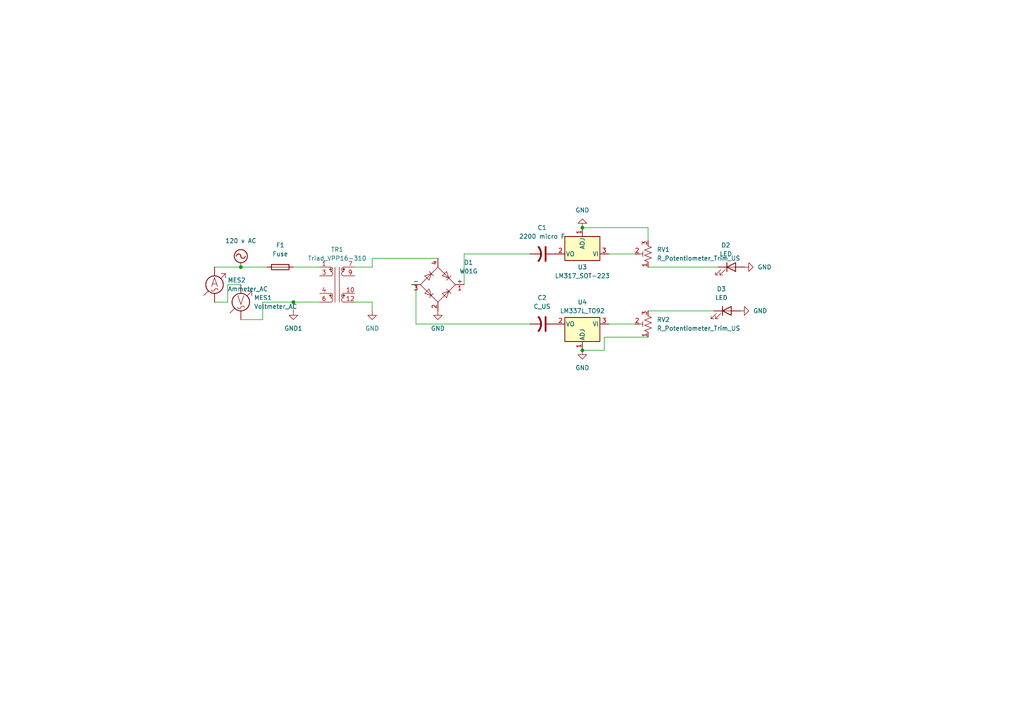
<source format=kicad_sch>
(kicad_sch
	(version 20250114)
	(generator "eeschema")
	(generator_version "9.0")
	(uuid "14418945-4379-46db-84b0-57e05f6487ff")
	(paper "A4")
	(lib_symbols
		(symbol "Device:Ammeter_AC"
			(pin_numbers
				(hide yes)
			)
			(pin_names
				(offset 0.0254)
				(hide yes)
			)
			(exclude_from_sim no)
			(in_bom yes)
			(on_board yes)
			(property "Reference" "MES"
				(at -3.302 1.016 0)
				(effects
					(font
						(size 1.27 1.27)
					)
					(justify right)
				)
			)
			(property "Value" "Ammeter_AC"
				(at -3.302 -0.762 0)
				(effects
					(font
						(size 1.27 1.27)
					)
					(justify right)
				)
			)
			(property "Footprint" ""
				(at 0 2.54 90)
				(effects
					(font
						(size 1.27 1.27)
					)
					(hide yes)
				)
			)
			(property "Datasheet" "~"
				(at 0 2.54 90)
				(effects
					(font
						(size 1.27 1.27)
					)
					(hide yes)
				)
			)
			(property "Description" "AC ammeter"
				(at 0 0 0)
				(effects
					(font
						(size 1.27 1.27)
					)
					(hide yes)
				)
			)
			(property "ki_keywords" "ammeter AC ampere meter"
				(at 0 0 0)
				(effects
					(font
						(size 1.27 1.27)
					)
					(hide yes)
				)
			)
			(symbol "Ammeter_AC_0_0"
				(polyline
					(pts
						(xy -3.175 -3.175) (xy -1.905 -1.905)
					)
					(stroke
						(width 0)
						(type default)
					)
					(fill
						(type none)
					)
				)
				(polyline
					(pts
						(xy 1.905 3.175) (xy 3.175 3.175) (xy 3.175 1.905)
					)
					(stroke
						(width 0)
						(type default)
					)
					(fill
						(type none)
					)
				)
				(polyline
					(pts
						(xy 1.905 1.905) (xy 3.175 3.175)
					)
					(stroke
						(width 0)
						(type default)
					)
					(fill
						(type none)
					)
				)
				(text "A"
					(at 0 0.635 0)
					(effects
						(font
							(size 2.54 2.54)
						)
					)
				)
			)
			(symbol "Ammeter_AC_0_1"
				(arc
					(start 0 -1.524)
					(mid -0.508 -1.902)
					(end -1.016 -1.524)
					(stroke
						(width 0)
						(type default)
					)
					(fill
						(type none)
					)
				)
				(circle
					(center 0 0)
					(radius 2.54)
					(stroke
						(width 0.254)
						(type default)
					)
					(fill
						(type none)
					)
				)
				(arc
					(start 0 -1.524)
					(mid 0.508 -1.1274)
					(end 1.016 -1.524)
					(stroke
						(width 0)
						(type default)
					)
					(fill
						(type none)
					)
				)
			)
			(symbol "Ammeter_AC_1_1"
				(pin passive line
					(at 0 5.08 270)
					(length 2.54)
					(name "~"
						(effects
							(font
								(size 1.27 1.27)
							)
						)
					)
					(number "2"
						(effects
							(font
								(size 1.27 1.27)
							)
						)
					)
				)
				(pin passive line
					(at 0 -5.08 90)
					(length 2.54)
					(name "~"
						(effects
							(font
								(size 1.27 1.27)
							)
						)
					)
					(number "1"
						(effects
							(font
								(size 1.27 1.27)
							)
						)
					)
				)
			)
			(embedded_fonts no)
		)
		(symbol "Device:C_US"
			(pin_numbers
				(hide yes)
			)
			(pin_names
				(offset 0.254)
				(hide yes)
			)
			(exclude_from_sim no)
			(in_bom yes)
			(on_board yes)
			(property "Reference" "C"
				(at 0.635 2.54 0)
				(effects
					(font
						(size 1.27 1.27)
					)
					(justify left)
				)
			)
			(property "Value" "C_US"
				(at 0.635 -2.54 0)
				(effects
					(font
						(size 1.27 1.27)
					)
					(justify left)
				)
			)
			(property "Footprint" ""
				(at 0 0 0)
				(effects
					(font
						(size 1.27 1.27)
					)
					(hide yes)
				)
			)
			(property "Datasheet" ""
				(at 0 0 0)
				(effects
					(font
						(size 1.27 1.27)
					)
					(hide yes)
				)
			)
			(property "Description" "capacitor, US symbol"
				(at 0 0 0)
				(effects
					(font
						(size 1.27 1.27)
					)
					(hide yes)
				)
			)
			(property "ki_keywords" "cap capacitor"
				(at 0 0 0)
				(effects
					(font
						(size 1.27 1.27)
					)
					(hide yes)
				)
			)
			(property "ki_fp_filters" "C_*"
				(at 0 0 0)
				(effects
					(font
						(size 1.27 1.27)
					)
					(hide yes)
				)
			)
			(symbol "C_US_0_1"
				(polyline
					(pts
						(xy -2.032 0.762) (xy 2.032 0.762)
					)
					(stroke
						(width 0.508)
						(type default)
					)
					(fill
						(type none)
					)
				)
				(arc
					(start -2.032 -1.27)
					(mid 0 -0.5572)
					(end 2.032 -1.27)
					(stroke
						(width 0.508)
						(type default)
					)
					(fill
						(type none)
					)
				)
			)
			(symbol "C_US_1_1"
				(pin passive line
					(at 0 3.81 270)
					(length 2.794)
					(name "~"
						(effects
							(font
								(size 1.27 1.27)
							)
						)
					)
					(number "1"
						(effects
							(font
								(size 1.27 1.27)
							)
						)
					)
				)
				(pin passive line
					(at 0 -3.81 90)
					(length 3.302)
					(name "~"
						(effects
							(font
								(size 1.27 1.27)
							)
						)
					)
					(number "2"
						(effects
							(font
								(size 1.27 1.27)
							)
						)
					)
				)
			)
			(embedded_fonts no)
		)
		(symbol "Device:Fuse"
			(pin_numbers
				(hide yes)
			)
			(pin_names
				(offset 0)
			)
			(exclude_from_sim no)
			(in_bom yes)
			(on_board yes)
			(property "Reference" "F"
				(at 2.032 0 90)
				(effects
					(font
						(size 1.27 1.27)
					)
				)
			)
			(property "Value" "Fuse"
				(at -1.905 0 90)
				(effects
					(font
						(size 1.27 1.27)
					)
				)
			)
			(property "Footprint" ""
				(at -1.778 0 90)
				(effects
					(font
						(size 1.27 1.27)
					)
					(hide yes)
				)
			)
			(property "Datasheet" "~"
				(at 0 0 0)
				(effects
					(font
						(size 1.27 1.27)
					)
					(hide yes)
				)
			)
			(property "Description" "Fuse"
				(at 0 0 0)
				(effects
					(font
						(size 1.27 1.27)
					)
					(hide yes)
				)
			)
			(property "ki_keywords" "fuse"
				(at 0 0 0)
				(effects
					(font
						(size 1.27 1.27)
					)
					(hide yes)
				)
			)
			(property "ki_fp_filters" "*Fuse*"
				(at 0 0 0)
				(effects
					(font
						(size 1.27 1.27)
					)
					(hide yes)
				)
			)
			(symbol "Fuse_0_1"
				(rectangle
					(start -0.762 -2.54)
					(end 0.762 2.54)
					(stroke
						(width 0.254)
						(type default)
					)
					(fill
						(type none)
					)
				)
				(polyline
					(pts
						(xy 0 2.54) (xy 0 -2.54)
					)
					(stroke
						(width 0)
						(type default)
					)
					(fill
						(type none)
					)
				)
			)
			(symbol "Fuse_1_1"
				(pin passive line
					(at 0 3.81 270)
					(length 1.27)
					(name "~"
						(effects
							(font
								(size 1.27 1.27)
							)
						)
					)
					(number "1"
						(effects
							(font
								(size 1.27 1.27)
							)
						)
					)
				)
				(pin passive line
					(at 0 -3.81 90)
					(length 1.27)
					(name "~"
						(effects
							(font
								(size 1.27 1.27)
							)
						)
					)
					(number "2"
						(effects
							(font
								(size 1.27 1.27)
							)
						)
					)
				)
			)
			(embedded_fonts no)
		)
		(symbol "Device:LED"
			(pin_numbers
				(hide yes)
			)
			(pin_names
				(offset 1.016)
				(hide yes)
			)
			(exclude_from_sim no)
			(in_bom yes)
			(on_board yes)
			(property "Reference" "D"
				(at 0 2.54 0)
				(effects
					(font
						(size 1.27 1.27)
					)
				)
			)
			(property "Value" "LED"
				(at 0 -2.54 0)
				(effects
					(font
						(size 1.27 1.27)
					)
				)
			)
			(property "Footprint" ""
				(at 0 0 0)
				(effects
					(font
						(size 1.27 1.27)
					)
					(hide yes)
				)
			)
			(property "Datasheet" "~"
				(at 0 0 0)
				(effects
					(font
						(size 1.27 1.27)
					)
					(hide yes)
				)
			)
			(property "Description" "Light emitting diode"
				(at 0 0 0)
				(effects
					(font
						(size 1.27 1.27)
					)
					(hide yes)
				)
			)
			(property "Sim.Pins" "1=K 2=A"
				(at 0 0 0)
				(effects
					(font
						(size 1.27 1.27)
					)
					(hide yes)
				)
			)
			(property "ki_keywords" "LED diode"
				(at 0 0 0)
				(effects
					(font
						(size 1.27 1.27)
					)
					(hide yes)
				)
			)
			(property "ki_fp_filters" "LED* LED_SMD:* LED_THT:*"
				(at 0 0 0)
				(effects
					(font
						(size 1.27 1.27)
					)
					(hide yes)
				)
			)
			(symbol "LED_0_1"
				(polyline
					(pts
						(xy -3.048 -0.762) (xy -4.572 -2.286) (xy -3.81 -2.286) (xy -4.572 -2.286) (xy -4.572 -1.524)
					)
					(stroke
						(width 0)
						(type default)
					)
					(fill
						(type none)
					)
				)
				(polyline
					(pts
						(xy -1.778 -0.762) (xy -3.302 -2.286) (xy -2.54 -2.286) (xy -3.302 -2.286) (xy -3.302 -1.524)
					)
					(stroke
						(width 0)
						(type default)
					)
					(fill
						(type none)
					)
				)
				(polyline
					(pts
						(xy -1.27 0) (xy 1.27 0)
					)
					(stroke
						(width 0)
						(type default)
					)
					(fill
						(type none)
					)
				)
				(polyline
					(pts
						(xy -1.27 -1.27) (xy -1.27 1.27)
					)
					(stroke
						(width 0.254)
						(type default)
					)
					(fill
						(type none)
					)
				)
				(polyline
					(pts
						(xy 1.27 -1.27) (xy 1.27 1.27) (xy -1.27 0) (xy 1.27 -1.27)
					)
					(stroke
						(width 0.254)
						(type default)
					)
					(fill
						(type none)
					)
				)
			)
			(symbol "LED_1_1"
				(pin passive line
					(at -3.81 0 0)
					(length 2.54)
					(name "K"
						(effects
							(font
								(size 1.27 1.27)
							)
						)
					)
					(number "1"
						(effects
							(font
								(size 1.27 1.27)
							)
						)
					)
				)
				(pin passive line
					(at 3.81 0 180)
					(length 2.54)
					(name "A"
						(effects
							(font
								(size 1.27 1.27)
							)
						)
					)
					(number "2"
						(effects
							(font
								(size 1.27 1.27)
							)
						)
					)
				)
			)
			(embedded_fonts no)
		)
		(symbol "Device:R_Potentiometer_Trim_US"
			(pin_names
				(offset 1.016)
				(hide yes)
			)
			(exclude_from_sim no)
			(in_bom yes)
			(on_board yes)
			(property "Reference" "RV"
				(at -4.445 0 90)
				(effects
					(font
						(size 1.27 1.27)
					)
				)
			)
			(property "Value" "R_Potentiometer_Trim_US"
				(at -2.54 0 90)
				(effects
					(font
						(size 1.27 1.27)
					)
				)
			)
			(property "Footprint" ""
				(at 0 0 0)
				(effects
					(font
						(size 1.27 1.27)
					)
					(hide yes)
				)
			)
			(property "Datasheet" "~"
				(at 0 0 0)
				(effects
					(font
						(size 1.27 1.27)
					)
					(hide yes)
				)
			)
			(property "Description" "Trim-potentiometer, US symbol"
				(at 0 0 0)
				(effects
					(font
						(size 1.27 1.27)
					)
					(hide yes)
				)
			)
			(property "ki_keywords" "resistor variable trimpot trimmer"
				(at 0 0 0)
				(effects
					(font
						(size 1.27 1.27)
					)
					(hide yes)
				)
			)
			(property "ki_fp_filters" "Potentiometer*"
				(at 0 0 0)
				(effects
					(font
						(size 1.27 1.27)
					)
					(hide yes)
				)
			)
			(symbol "R_Potentiometer_Trim_US_0_1"
				(polyline
					(pts
						(xy 0 2.286) (xy 0 2.54)
					)
					(stroke
						(width 0)
						(type default)
					)
					(fill
						(type none)
					)
				)
				(polyline
					(pts
						(xy 0 2.286) (xy 1.016 1.905) (xy 0 1.524) (xy -1.016 1.143) (xy 0 0.762)
					)
					(stroke
						(width 0)
						(type default)
					)
					(fill
						(type none)
					)
				)
				(polyline
					(pts
						(xy 0 0.762) (xy 1.016 0.381) (xy 0 0) (xy -1.016 -0.381) (xy 0 -0.762)
					)
					(stroke
						(width 0)
						(type default)
					)
					(fill
						(type none)
					)
				)
				(polyline
					(pts
						(xy 0 -0.762) (xy 1.016 -1.143) (xy 0 -1.524) (xy -1.016 -1.905) (xy 0 -2.286)
					)
					(stroke
						(width 0)
						(type default)
					)
					(fill
						(type none)
					)
				)
				(polyline
					(pts
						(xy 0 -2.286) (xy 0 -2.54)
					)
					(stroke
						(width 0)
						(type default)
					)
					(fill
						(type none)
					)
				)
				(polyline
					(pts
						(xy 1.524 0.762) (xy 1.524 -0.762)
					)
					(stroke
						(width 0)
						(type default)
					)
					(fill
						(type none)
					)
				)
				(polyline
					(pts
						(xy 2.54 0) (xy 1.524 0)
					)
					(stroke
						(width 0)
						(type default)
					)
					(fill
						(type none)
					)
				)
			)
			(symbol "R_Potentiometer_Trim_US_1_1"
				(pin passive line
					(at 0 3.81 270)
					(length 1.27)
					(name "1"
						(effects
							(font
								(size 1.27 1.27)
							)
						)
					)
					(number "1"
						(effects
							(font
								(size 1.27 1.27)
							)
						)
					)
				)
				(pin passive line
					(at 0 -3.81 90)
					(length 1.27)
					(name "3"
						(effects
							(font
								(size 1.27 1.27)
							)
						)
					)
					(number "3"
						(effects
							(font
								(size 1.27 1.27)
							)
						)
					)
				)
				(pin passive line
					(at 3.81 0 180)
					(length 1.27)
					(name "2"
						(effects
							(font
								(size 1.27 1.27)
							)
						)
					)
					(number "2"
						(effects
							(font
								(size 1.27 1.27)
							)
						)
					)
				)
			)
			(embedded_fonts no)
		)
		(symbol "Device:Voltmeter_AC"
			(pin_numbers
				(hide yes)
			)
			(pin_names
				(offset 0.0254)
				(hide yes)
			)
			(exclude_from_sim no)
			(in_bom yes)
			(on_board yes)
			(property "Reference" "MES"
				(at -3.302 1.016 0)
				(effects
					(font
						(size 1.27 1.27)
					)
					(justify right)
				)
			)
			(property "Value" "Voltmeter_AC"
				(at -3.302 -0.762 0)
				(effects
					(font
						(size 1.27 1.27)
					)
					(justify right)
				)
			)
			(property "Footprint" ""
				(at 0 2.54 90)
				(effects
					(font
						(size 1.27 1.27)
					)
					(hide yes)
				)
			)
			(property "Datasheet" "~"
				(at 0 2.54 90)
				(effects
					(font
						(size 1.27 1.27)
					)
					(hide yes)
				)
			)
			(property "Description" "AC voltmeter"
				(at 0 0 0)
				(effects
					(font
						(size 1.27 1.27)
					)
					(hide yes)
				)
			)
			(property "ki_keywords" "voltmeter AC"
				(at 0 0 0)
				(effects
					(font
						(size 1.27 1.27)
					)
					(hide yes)
				)
			)
			(symbol "Voltmeter_AC_0_0"
				(polyline
					(pts
						(xy -3.175 -3.175) (xy -1.905 -1.905)
					)
					(stroke
						(width 0)
						(type default)
					)
					(fill
						(type none)
					)
				)
				(polyline
					(pts
						(xy 1.905 3.175) (xy 3.175 3.175) (xy 3.175 1.905)
					)
					(stroke
						(width 0)
						(type default)
					)
					(fill
						(type none)
					)
				)
				(polyline
					(pts
						(xy 1.905 1.905) (xy 3.175 3.175)
					)
					(stroke
						(width 0)
						(type default)
					)
					(fill
						(type none)
					)
				)
				(text "V"
					(at 0 0.508 0)
					(effects
						(font
							(size 2.54 2.54)
						)
					)
				)
			)
			(symbol "Voltmeter_AC_0_1"
				(arc
					(start 0 -1.524)
					(mid -0.508 -1.902)
					(end -1.016 -1.524)
					(stroke
						(width 0)
						(type default)
					)
					(fill
						(type none)
					)
				)
				(circle
					(center 0 0)
					(radius 2.54)
					(stroke
						(width 0.254)
						(type default)
					)
					(fill
						(type none)
					)
				)
				(arc
					(start 0 -1.524)
					(mid 0.508 -1.1274)
					(end 1.016 -1.524)
					(stroke
						(width 0)
						(type default)
					)
					(fill
						(type none)
					)
				)
			)
			(symbol "Voltmeter_AC_1_1"
				(pin passive line
					(at 0 5.08 270)
					(length 2.54)
					(name "~"
						(effects
							(font
								(size 1.27 1.27)
							)
						)
					)
					(number "2"
						(effects
							(font
								(size 1.27 1.27)
							)
						)
					)
				)
				(pin passive line
					(at 0 -5.08 90)
					(length 2.54)
					(name "~"
						(effects
							(font
								(size 1.27 1.27)
							)
						)
					)
					(number "1"
						(effects
							(font
								(size 1.27 1.27)
							)
						)
					)
				)
			)
			(embedded_fonts no)
		)
		(symbol "Diode_Bridge:W01G"
			(pin_names
				(offset 0)
			)
			(exclude_from_sim no)
			(in_bom yes)
			(on_board yes)
			(property "Reference" "D"
				(at 2.54 6.985 0)
				(effects
					(font
						(size 1.27 1.27)
					)
					(justify left)
				)
			)
			(property "Value" "W01G"
				(at 2.54 5.08 0)
				(effects
					(font
						(size 1.27 1.27)
					)
					(justify left)
				)
			)
			(property "Footprint" "Diode_THT:Diode_Bridge_Round_D9.8mm"
				(at 3.81 3.175 0)
				(effects
					(font
						(size 1.27 1.27)
					)
					(justify left)
					(hide yes)
				)
			)
			(property "Datasheet" "https://www.vishay.com/docs/88769/woo5g.pdf"
				(at 0 0 0)
				(effects
					(font
						(size 1.27 1.27)
					)
					(hide yes)
				)
			)
			(property "Description" "Glass Passivated Single-Phase Bridge Rectifier, 70V Vrms, 1.5A If, WOG package"
				(at 0 0 0)
				(effects
					(font
						(size 1.27 1.27)
					)
					(hide yes)
				)
			)
			(property "ki_keywords" "Bridge Rectifier acdc"
				(at 0 0 0)
				(effects
					(font
						(size 1.27 1.27)
					)
					(hide yes)
				)
			)
			(property "ki_fp_filters" "D*Bridge*Round*D9.8mm*"
				(at 0 0 0)
				(effects
					(font
						(size 1.27 1.27)
					)
					(hide yes)
				)
			)
			(symbol "W01G_0_1"
				(polyline
					(pts
						(xy -5.08 0) (xy 0 -5.08) (xy 5.08 0) (xy 0 5.08) (xy -5.08 0)
					)
					(stroke
						(width 0)
						(type default)
					)
					(fill
						(type none)
					)
				)
				(polyline
					(pts
						(xy -3.81 2.54) (xy -2.54 1.27) (xy -1.905 3.175) (xy -3.81 2.54)
					)
					(stroke
						(width 0)
						(type default)
					)
					(fill
						(type none)
					)
				)
				(polyline
					(pts
						(xy -2.54 3.81) (xy -1.27 2.54)
					)
					(stroke
						(width 0)
						(type default)
					)
					(fill
						(type none)
					)
				)
				(polyline
					(pts
						(xy -2.54 -1.27) (xy -3.81 -2.54) (xy -1.905 -3.175) (xy -2.54 -1.27)
					)
					(stroke
						(width 0)
						(type default)
					)
					(fill
						(type none)
					)
				)
				(polyline
					(pts
						(xy -1.27 -2.54) (xy -2.54 -3.81)
					)
					(stroke
						(width 0)
						(type default)
					)
					(fill
						(type none)
					)
				)
				(polyline
					(pts
						(xy 1.27 2.54) (xy 2.54 3.81) (xy 3.175 1.905) (xy 1.27 2.54)
					)
					(stroke
						(width 0)
						(type default)
					)
					(fill
						(type none)
					)
				)
				(polyline
					(pts
						(xy 2.54 1.27) (xy 3.81 2.54)
					)
					(stroke
						(width 0)
						(type default)
					)
					(fill
						(type none)
					)
				)
				(polyline
					(pts
						(xy 2.54 -1.27) (xy 3.81 -2.54)
					)
					(stroke
						(width 0)
						(type default)
					)
					(fill
						(type none)
					)
				)
				(polyline
					(pts
						(xy 3.175 -1.905) (xy 1.27 -2.54) (xy 2.54 -3.81) (xy 3.175 -1.905)
					)
					(stroke
						(width 0)
						(type default)
					)
					(fill
						(type none)
					)
				)
			)
			(symbol "W01G_1_1"
				(pin passive line
					(at -7.62 0 0)
					(length 2.54)
					(name "-"
						(effects
							(font
								(size 1.27 1.27)
							)
						)
					)
					(number "3"
						(effects
							(font
								(size 1.27 1.27)
							)
						)
					)
				)
				(pin passive line
					(at 0 7.62 270)
					(length 2.54)
					(name "~"
						(effects
							(font
								(size 1.27 1.27)
							)
						)
					)
					(number "4"
						(effects
							(font
								(size 1.27 1.27)
							)
						)
					)
				)
				(pin passive line
					(at 0 -7.62 90)
					(length 2.54)
					(name "~"
						(effects
							(font
								(size 1.27 1.27)
							)
						)
					)
					(number "2"
						(effects
							(font
								(size 1.27 1.27)
							)
						)
					)
				)
				(pin passive line
					(at 7.62 0 180)
					(length 2.54)
					(name "+"
						(effects
							(font
								(size 1.27 1.27)
							)
						)
					)
					(number "1"
						(effects
							(font
								(size 1.27 1.27)
							)
						)
					)
				)
			)
			(embedded_fonts no)
		)
		(symbol "Regulator_Linear:LM317_SOT-223"
			(pin_names
				(offset 0.254)
			)
			(exclude_from_sim no)
			(in_bom yes)
			(on_board yes)
			(property "Reference" "U"
				(at -3.81 3.175 0)
				(effects
					(font
						(size 1.27 1.27)
					)
				)
			)
			(property "Value" "LM317_SOT-223"
				(at 0 3.175 0)
				(effects
					(font
						(size 1.27 1.27)
					)
					(justify left)
				)
			)
			(property "Footprint" "Package_TO_SOT_SMD:SOT-223-3_TabPin2"
				(at 0 6.35 0)
				(effects
					(font
						(size 1.27 1.27)
						(italic yes)
					)
					(hide yes)
				)
			)
			(property "Datasheet" "http://www.ti.com/lit/ds/symlink/lm317.pdf"
				(at 0 0 0)
				(effects
					(font
						(size 1.27 1.27)
					)
					(hide yes)
				)
			)
			(property "Description" "1.5A 35V Adjustable Linear Regulator, SOT-223"
				(at 0 0 0)
				(effects
					(font
						(size 1.27 1.27)
					)
					(hide yes)
				)
			)
			(property "ki_keywords" "Adjustable Voltage Regulator 1A Positive"
				(at 0 0 0)
				(effects
					(font
						(size 1.27 1.27)
					)
					(hide yes)
				)
			)
			(property "ki_fp_filters" "SOT?223*TabPin2*"
				(at 0 0 0)
				(effects
					(font
						(size 1.27 1.27)
					)
					(hide yes)
				)
			)
			(symbol "LM317_SOT-223_0_1"
				(rectangle
					(start -5.08 1.905)
					(end 5.08 -5.08)
					(stroke
						(width 0.254)
						(type default)
					)
					(fill
						(type background)
					)
				)
			)
			(symbol "LM317_SOT-223_1_1"
				(pin power_in line
					(at -7.62 0 0)
					(length 2.54)
					(name "VI"
						(effects
							(font
								(size 1.27 1.27)
							)
						)
					)
					(number "3"
						(effects
							(font
								(size 1.27 1.27)
							)
						)
					)
				)
				(pin input line
					(at 0 -7.62 90)
					(length 2.54)
					(name "ADJ"
						(effects
							(font
								(size 1.27 1.27)
							)
						)
					)
					(number "1"
						(effects
							(font
								(size 1.27 1.27)
							)
						)
					)
				)
				(pin power_out line
					(at 7.62 0 180)
					(length 2.54)
					(name "VO"
						(effects
							(font
								(size 1.27 1.27)
							)
						)
					)
					(number "2"
						(effects
							(font
								(size 1.27 1.27)
							)
						)
					)
				)
			)
			(embedded_fonts no)
		)
		(symbol "Regulator_Linear:LM337L_TO92"
			(pin_names
				(offset 0.254)
			)
			(exclude_from_sim no)
			(in_bom yes)
			(on_board yes)
			(property "Reference" "U"
				(at -3.81 -3.175 0)
				(effects
					(font
						(size 1.27 1.27)
					)
				)
			)
			(property "Value" "LM337L_TO92"
				(at 0 -3.175 0)
				(effects
					(font
						(size 1.27 1.27)
					)
					(justify left)
				)
			)
			(property "Footprint" "Package_TO_SOT_THT:TO-92_Inline"
				(at 0 -5.08 0)
				(effects
					(font
						(size 1.27 1.27)
						(italic yes)
					)
					(hide yes)
				)
			)
			(property "Datasheet" "http://www.ti.com/lit/ds/symlink/lm337l.pdf"
				(at 0 0 0)
				(effects
					(font
						(size 1.27 1.27)
					)
					(hide yes)
				)
			)
			(property "Description" "Negative 100mA 35V Adjustable Linear Regulator, TO-92"
				(at 0 0 0)
				(effects
					(font
						(size 1.27 1.27)
					)
					(hide yes)
				)
			)
			(property "ki_keywords" "Adjustable Voltage Regulator 100mA Negative"
				(at 0 0 0)
				(effects
					(font
						(size 1.27 1.27)
					)
					(hide yes)
				)
			)
			(property "ki_fp_filters" "TO?92*"
				(at 0 0 0)
				(effects
					(font
						(size 1.27 1.27)
					)
					(hide yes)
				)
			)
			(symbol "LM337L_TO92_0_1"
				(rectangle
					(start -5.08 5.08)
					(end 5.08 -1.905)
					(stroke
						(width 0.254)
						(type default)
					)
					(fill
						(type background)
					)
				)
			)
			(symbol "LM337L_TO92_1_1"
				(pin power_in line
					(at -7.62 0 0)
					(length 2.54)
					(name "VI"
						(effects
							(font
								(size 1.27 1.27)
							)
						)
					)
					(number "3"
						(effects
							(font
								(size 1.27 1.27)
							)
						)
					)
				)
				(pin input line
					(at 0 7.62 270)
					(length 2.54)
					(name "ADJ"
						(effects
							(font
								(size 1.27 1.27)
							)
						)
					)
					(number "1"
						(effects
							(font
								(size 1.27 1.27)
							)
						)
					)
				)
				(pin power_out line
					(at 7.62 0 180)
					(length 2.54)
					(name "VO"
						(effects
							(font
								(size 1.27 1.27)
							)
						)
					)
					(number "2"
						(effects
							(font
								(size 1.27 1.27)
							)
						)
					)
				)
			)
			(embedded_fonts no)
		)
		(symbol "Transformer:Triad_VPP16-310"
			(exclude_from_sim no)
			(in_bom yes)
			(on_board yes)
			(property "Reference" "TR"
				(at 0 12.7 0)
				(effects
					(font
						(size 1.27 1.27)
					)
				)
			)
			(property "Value" "Triad_VPP16-310"
				(at 0 10.16 0)
				(effects
					(font
						(size 1.27 1.27)
					)
				)
			)
			(property "Footprint" "Transformer_THT:Transformer_Triad_VPP16-310"
				(at 0 -10.16 0)
				(effects
					(font
						(size 1.27 1.27)
					)
					(hide yes)
				)
			)
			(property "Datasheet" "https://catalog.triadmagnetics.com/Asset/VPP16-310.pdf"
				(at 0 -12.7 0)
				(effects
					(font
						(size 1.27 1.27)
					)
					(hide yes)
				)
			)
			(property "Description" "Power transformer, 2x Pri, 2x Sec, 230/115 VAC to 16/8V (0.31/0.62 A)"
				(at 0 -15.24 0)
				(effects
					(font
						(size 1.27 1.27)
					)
					(hide yes)
				)
			)
			(property "ki_keywords" "power center-tap"
				(at 0 0 0)
				(effects
					(font
						(size 1.27 1.27)
					)
					(hide yes)
				)
			)
			(property "ki_fp_filters" "Transformer*Triad*VPP16?310*"
				(at 0 0 0)
				(effects
					(font
						(size 1.27 1.27)
					)
					(hide yes)
				)
			)
			(symbol "Triad_VPP16-310_0_0"
				(pin passive line
					(at -5.08 5.08 0)
					(length 2.54)
					(name "~"
						(effects
							(font
								(size 1.27 1.27)
							)
						)
					)
					(number "1"
						(effects
							(font
								(size 1.27 1.27)
							)
						)
					)
				)
				(pin passive line
					(at -5.08 2.54 0)
					(length 2.54)
					(name "~"
						(effects
							(font
								(size 1.27 1.27)
							)
						)
					)
					(number "3"
						(effects
							(font
								(size 1.27 1.27)
							)
						)
					)
				)
				(pin passive line
					(at -5.08 -2.54 0)
					(length 2.54)
					(name "~"
						(effects
							(font
								(size 1.27 1.27)
							)
						)
					)
					(number "4"
						(effects
							(font
								(size 1.27 1.27)
							)
						)
					)
				)
				(pin passive line
					(at -5.08 -5.08 0)
					(length 2.54)
					(name "~"
						(effects
							(font
								(size 1.27 1.27)
							)
						)
					)
					(number "6"
						(effects
							(font
								(size 1.27 1.27)
							)
						)
					)
				)
				(pin passive line
					(at 5.08 5.08 180)
					(length 2.54)
					(name "~"
						(effects
							(font
								(size 1.27 1.27)
							)
						)
					)
					(number "7"
						(effects
							(font
								(size 1.27 1.27)
							)
						)
					)
				)
				(pin passive line
					(at 5.08 2.54 180)
					(length 2.54)
					(name "~"
						(effects
							(font
								(size 1.27 1.27)
							)
						)
					)
					(number "9"
						(effects
							(font
								(size 1.27 1.27)
							)
						)
					)
				)
				(pin passive line
					(at 5.08 -2.54 180)
					(length 2.54)
					(name "~"
						(effects
							(font
								(size 1.27 1.27)
							)
						)
					)
					(number "10"
						(effects
							(font
								(size 1.27 1.27)
							)
						)
					)
				)
				(pin passive line
					(at 5.08 -5.08 180)
					(length 2.54)
					(name "~"
						(effects
							(font
								(size 1.27 1.27)
							)
						)
					)
					(number "12"
						(effects
							(font
								(size 1.27 1.27)
							)
						)
					)
				)
			)
			(symbol "Triad_VPP16-310_0_1"
				(polyline
					(pts
						(xy -2.54 5.08) (xy -1.905 5.08)
					)
					(stroke
						(width 0)
						(type default)
					)
					(fill
						(type none)
					)
				)
				(polyline
					(pts
						(xy -2.54 2.54) (xy -1.905 2.54)
					)
					(stroke
						(width 0)
						(type default)
					)
					(fill
						(type none)
					)
				)
				(polyline
					(pts
						(xy -2.54 -2.54) (xy -1.905 -2.54)
					)
					(stroke
						(width 0)
						(type default)
					)
					(fill
						(type none)
					)
				)
				(polyline
					(pts
						(xy -2.54 -5.08) (xy -1.905 -5.08)
					)
					(stroke
						(width 0)
						(type default)
					)
					(fill
						(type none)
					)
				)
				(arc
					(start -1.905 5.08)
					(mid -1.27 4.445)
					(end -1.905 3.81)
					(stroke
						(width 0)
						(type default)
					)
					(fill
						(type none)
					)
				)
				(arc
					(start -1.905 3.81)
					(mid -1.27 3.175)
					(end -1.905 2.54)
					(stroke
						(width 0)
						(type default)
					)
					(fill
						(type none)
					)
				)
				(arc
					(start -1.905 -2.54)
					(mid -1.27 -3.175)
					(end -1.905 -3.81)
					(stroke
						(width 0)
						(type default)
					)
					(fill
						(type none)
					)
				)
				(arc
					(start -1.905 -3.81)
					(mid -1.27 -4.445)
					(end -1.905 -5.08)
					(stroke
						(width 0)
						(type default)
					)
					(fill
						(type none)
					)
				)
				(polyline
					(pts
						(xy -0.635 5.08) (xy -0.635 -5.08)
					)
					(stroke
						(width 0)
						(type default)
					)
					(fill
						(type none)
					)
				)
				(polyline
					(pts
						(xy 0.635 5.08) (xy 0.635 -5.08)
					)
					(stroke
						(width 0)
						(type default)
					)
					(fill
						(type none)
					)
				)
				(polyline
					(pts
						(xy 1.905 5.08) (xy 2.54 5.08)
					)
					(stroke
						(width 0)
						(type default)
					)
					(fill
						(type none)
					)
				)
				(arc
					(start 1.905 3.81)
					(mid 1.27 4.445)
					(end 1.905 5.08)
					(stroke
						(width 0)
						(type default)
					)
					(fill
						(type none)
					)
				)
				(arc
					(start 1.905 2.54)
					(mid 1.27 3.175)
					(end 1.905 3.81)
					(stroke
						(width 0)
						(type default)
					)
					(fill
						(type none)
					)
				)
				(polyline
					(pts
						(xy 1.905 2.54) (xy 2.54 2.54)
					)
					(stroke
						(width 0)
						(type default)
					)
					(fill
						(type none)
					)
				)
				(polyline
					(pts
						(xy 1.905 -2.54) (xy 2.54 -2.54)
					)
					(stroke
						(width 0)
						(type default)
					)
					(fill
						(type none)
					)
				)
				(arc
					(start 1.905 -3.81)
					(mid 1.27 -3.175)
					(end 1.905 -2.54)
					(stroke
						(width 0)
						(type default)
					)
					(fill
						(type none)
					)
				)
				(arc
					(start 1.905 -5.08)
					(mid 1.27 -4.445)
					(end 1.905 -3.81)
					(stroke
						(width 0)
						(type default)
					)
					(fill
						(type none)
					)
				)
				(polyline
					(pts
						(xy 1.905 -5.08) (xy 2.54 -5.08)
					)
					(stroke
						(width 0)
						(type default)
					)
					(fill
						(type none)
					)
				)
			)
			(symbol "Triad_VPP16-310_1_1"
				(circle
					(center -1.905 4.445)
					(radius 0.254)
					(stroke
						(width 0)
						(type default)
					)
					(fill
						(type outline)
					)
				)
				(circle
					(center -1.905 -3.175)
					(radius 0.254)
					(stroke
						(width 0)
						(type default)
					)
					(fill
						(type outline)
					)
				)
				(circle
					(center 1.905 4.445)
					(radius 0.254)
					(stroke
						(width 0)
						(type default)
					)
					(fill
						(type outline)
					)
				)
				(circle
					(center 1.905 -3.175)
					(radius 0.254)
					(stroke
						(width 0)
						(type default)
					)
					(fill
						(type outline)
					)
				)
			)
			(embedded_fonts no)
		)
		(symbol "power:AC"
			(power)
			(pin_numbers
				(hide yes)
			)
			(pin_names
				(offset 0)
				(hide yes)
			)
			(exclude_from_sim no)
			(in_bom yes)
			(on_board yes)
			(property "Reference" "#PWR"
				(at 0 -2.54 0)
				(effects
					(font
						(size 1.27 1.27)
					)
					(hide yes)
				)
			)
			(property "Value" "AC"
				(at 0 6.35 0)
				(effects
					(font
						(size 1.27 1.27)
					)
				)
			)
			(property "Footprint" ""
				(at 0 0 0)
				(effects
					(font
						(size 1.27 1.27)
					)
					(hide yes)
				)
			)
			(property "Datasheet" ""
				(at 0 0 0)
				(effects
					(font
						(size 1.27 1.27)
					)
					(hide yes)
				)
			)
			(property "Description" "Power symbol creates a global label with name \"AC\""
				(at 0 0 0)
				(effects
					(font
						(size 1.27 1.27)
					)
					(hide yes)
				)
			)
			(property "ki_keywords" "global power"
				(at 0 0 0)
				(effects
					(font
						(size 1.27 1.27)
					)
					(hide yes)
				)
			)
			(symbol "AC_0_1"
				(arc
					(start -1.27 3.175)
					(mid -0.635 3.8073)
					(end 0 3.175)
					(stroke
						(width 0.254)
						(type default)
					)
					(fill
						(type none)
					)
				)
				(circle
					(center 0 3.175)
					(radius 1.905)
					(stroke
						(width 0.254)
						(type default)
					)
					(fill
						(type none)
					)
				)
				(polyline
					(pts
						(xy 0 0) (xy 0 1.27)
					)
					(stroke
						(width 0)
						(type default)
					)
					(fill
						(type none)
					)
				)
				(arc
					(start 1.27 3.175)
					(mid 0.635 2.5427)
					(end 0 3.175)
					(stroke
						(width 0.254)
						(type default)
					)
					(fill
						(type none)
					)
				)
			)
			(symbol "AC_1_1"
				(pin power_in line
					(at 0 0 90)
					(length 0)
					(name "~"
						(effects
							(font
								(size 1.27 1.27)
							)
						)
					)
					(number "1"
						(effects
							(font
								(size 1.27 1.27)
							)
						)
					)
				)
			)
			(embedded_fonts no)
		)
		(symbol "power:GND"
			(power)
			(pin_numbers
				(hide yes)
			)
			(pin_names
				(offset 0)
				(hide yes)
			)
			(exclude_from_sim no)
			(in_bom yes)
			(on_board yes)
			(property "Reference" "#PWR"
				(at 0 -6.35 0)
				(effects
					(font
						(size 1.27 1.27)
					)
					(hide yes)
				)
			)
			(property "Value" "GND"
				(at 0 -3.81 0)
				(effects
					(font
						(size 1.27 1.27)
					)
				)
			)
			(property "Footprint" ""
				(at 0 0 0)
				(effects
					(font
						(size 1.27 1.27)
					)
					(hide yes)
				)
			)
			(property "Datasheet" ""
				(at 0 0 0)
				(effects
					(font
						(size 1.27 1.27)
					)
					(hide yes)
				)
			)
			(property "Description" "Power symbol creates a global label with name \"GND\" , ground"
				(at 0 0 0)
				(effects
					(font
						(size 1.27 1.27)
					)
					(hide yes)
				)
			)
			(property "ki_keywords" "global power"
				(at 0 0 0)
				(effects
					(font
						(size 1.27 1.27)
					)
					(hide yes)
				)
			)
			(symbol "GND_0_1"
				(polyline
					(pts
						(xy 0 0) (xy 0 -1.27) (xy 1.27 -1.27) (xy 0 -2.54) (xy -1.27 -1.27) (xy 0 -1.27)
					)
					(stroke
						(width 0)
						(type default)
					)
					(fill
						(type none)
					)
				)
			)
			(symbol "GND_1_1"
				(pin power_in line
					(at 0 0 270)
					(length 0)
					(name "~"
						(effects
							(font
								(size 1.27 1.27)
							)
						)
					)
					(number "1"
						(effects
							(font
								(size 1.27 1.27)
							)
						)
					)
				)
			)
			(embedded_fonts no)
		)
		(symbol "power:GND1"
			(power)
			(pin_numbers
				(hide yes)
			)
			(pin_names
				(offset 0)
				(hide yes)
			)
			(exclude_from_sim no)
			(in_bom yes)
			(on_board yes)
			(property "Reference" "#PWR"
				(at 0 -6.35 0)
				(effects
					(font
						(size 1.27 1.27)
					)
					(hide yes)
				)
			)
			(property "Value" "GND1"
				(at 0 -3.81 0)
				(effects
					(font
						(size 1.27 1.27)
					)
				)
			)
			(property "Footprint" ""
				(at 0 0 0)
				(effects
					(font
						(size 1.27 1.27)
					)
					(hide yes)
				)
			)
			(property "Datasheet" ""
				(at 0 0 0)
				(effects
					(font
						(size 1.27 1.27)
					)
					(hide yes)
				)
			)
			(property "Description" "Power symbol creates a global label with name \"GND1\" , ground"
				(at 0 0 0)
				(effects
					(font
						(size 1.27 1.27)
					)
					(hide yes)
				)
			)
			(property "ki_keywords" "global power"
				(at 0 0 0)
				(effects
					(font
						(size 1.27 1.27)
					)
					(hide yes)
				)
			)
			(symbol "GND1_0_1"
				(polyline
					(pts
						(xy 0 0) (xy 0 -1.27) (xy 1.27 -1.27) (xy 0 -2.54) (xy -1.27 -1.27) (xy 0 -1.27)
					)
					(stroke
						(width 0)
						(type default)
					)
					(fill
						(type none)
					)
				)
			)
			(symbol "GND1_1_1"
				(pin power_in line
					(at 0 0 270)
					(length 0)
					(name "~"
						(effects
							(font
								(size 1.27 1.27)
							)
						)
					)
					(number "1"
						(effects
							(font
								(size 1.27 1.27)
							)
						)
					)
				)
			)
			(embedded_fonts no)
		)
	)
	(junction
		(at 69.85 77.47)
		(diameter 0)
		(color 0 0 0 0)
		(uuid "9c90886a-2949-4f58-bd66-42449d6a2201")
	)
	(junction
		(at 168.91 66.04)
		(diameter 0)
		(color 0 0 0 0)
		(uuid "a6cc34b0-83b7-451a-9376-15837a874f4e")
	)
	(junction
		(at 168.91 101.6)
		(diameter 0)
		(color 0 0 0 0)
		(uuid "c7af485a-4b85-405d-92e3-69e2ab981748")
	)
	(junction
		(at 85.09 87.63)
		(diameter 0)
		(color 0 0 0 0)
		(uuid "eb5d1221-5337-4bf3-9a9d-40682a3c3c5d")
	)
	(wire
		(pts
			(xy 187.96 97.79) (xy 175.26 97.79)
		)
		(stroke
			(width 0)
			(type default)
		)
		(uuid "0a445463-b625-40ff-a0d1-65dd2d795bfe")
	)
	(wire
		(pts
			(xy 107.95 74.93) (xy 107.95 77.47)
		)
		(stroke
			(width 0)
			(type default)
		)
		(uuid "16633b45-53f3-4e9b-9fd6-1d92bacfcabd")
	)
	(wire
		(pts
			(xy 176.53 93.98) (xy 184.15 93.98)
		)
		(stroke
			(width 0)
			(type default)
		)
		(uuid "1d3c3479-32cd-4fbc-bd37-ff6a04c93dd0")
	)
	(wire
		(pts
			(xy 62.23 87.63) (xy 66.04 87.63)
		)
		(stroke
			(width 0)
			(type default)
		)
		(uuid "29e5ed1c-bb5e-497e-a98e-414972323877")
	)
	(wire
		(pts
			(xy 107.95 87.63) (xy 102.87 87.63)
		)
		(stroke
			(width 0)
			(type default)
		)
		(uuid "2a347a48-c648-437e-b830-9b706ef5e0eb")
	)
	(wire
		(pts
			(xy 92.71 87.63) (xy 85.09 87.63)
		)
		(stroke
			(width 0)
			(type default)
		)
		(uuid "3f2e0eda-4dbe-4dbc-9739-3192d1dc9f17")
	)
	(wire
		(pts
			(xy 120.65 82.55) (xy 120.65 93.98)
		)
		(stroke
			(width 0)
			(type default)
		)
		(uuid "42a3c490-e564-449e-9d50-72adebcd4b29")
	)
	(wire
		(pts
			(xy 85.09 87.63) (xy 85.09 90.17)
		)
		(stroke
			(width 0)
			(type default)
		)
		(uuid "48ca0221-5af7-423a-8c10-a863028055e4")
	)
	(wire
		(pts
			(xy 176.53 73.66) (xy 184.15 73.66)
		)
		(stroke
			(width 0)
			(type default)
		)
		(uuid "4bfb428b-7465-48e4-911d-db7f08ee78ff")
	)
	(wire
		(pts
			(xy 107.95 77.47) (xy 102.87 77.47)
		)
		(stroke
			(width 0)
			(type default)
		)
		(uuid "5253c24b-d830-4ec3-b5cf-2011168c4518")
	)
	(wire
		(pts
			(xy 62.23 77.47) (xy 69.85 77.47)
		)
		(stroke
			(width 0)
			(type default)
		)
		(uuid "5ad691d4-9262-4bc4-95c1-3d78fe1419a4")
	)
	(wire
		(pts
			(xy 187.96 77.47) (xy 208.28 77.47)
		)
		(stroke
			(width 0)
			(type default)
		)
		(uuid "67174c4d-060b-4575-baef-0c4619943ba6")
	)
	(wire
		(pts
			(xy 120.65 93.98) (xy 153.67 93.98)
		)
		(stroke
			(width 0)
			(type default)
		)
		(uuid "778a6314-f30e-4086-8c5f-0a3c190cf1ec")
	)
	(wire
		(pts
			(xy 168.91 101.6) (xy 175.26 101.6)
		)
		(stroke
			(width 0)
			(type default)
		)
		(uuid "936b2020-a860-4c79-a8ff-7251cc0ffe0c")
	)
	(wire
		(pts
			(xy 187.96 90.17) (xy 207.01 90.17)
		)
		(stroke
			(width 0)
			(type default)
		)
		(uuid "96578bed-5f86-4f91-8e02-66739d49b4b4")
	)
	(wire
		(pts
			(xy 69.85 82.55) (xy 66.04 82.55)
		)
		(stroke
			(width 0)
			(type default)
		)
		(uuid "9ff2e0f6-0b64-4c0d-8653-003950b5fa61")
	)
	(wire
		(pts
			(xy 168.91 66.04) (xy 187.96 66.04)
		)
		(stroke
			(width 0)
			(type default)
		)
		(uuid "ac1ed63f-7251-451b-b958-20fe7a5b379a")
	)
	(wire
		(pts
			(xy 76.2 92.71) (xy 69.85 92.71)
		)
		(stroke
			(width 0)
			(type default)
		)
		(uuid "b12e96a2-704c-46be-acd8-4a65378a822c")
	)
	(wire
		(pts
			(xy 85.09 87.63) (xy 76.2 87.63)
		)
		(stroke
			(width 0)
			(type default)
		)
		(uuid "b57e8b17-603e-451d-ab24-25b589fe69fc")
	)
	(wire
		(pts
			(xy 76.2 87.63) (xy 76.2 92.71)
		)
		(stroke
			(width 0)
			(type default)
		)
		(uuid "bc112168-052e-4dee-9cc7-a6c6ae98c57b")
	)
	(wire
		(pts
			(xy 153.67 73.66) (xy 134.62 73.66)
		)
		(stroke
			(width 0)
			(type default)
		)
		(uuid "bf5fabb5-6528-411b-9875-a933167273b9")
	)
	(wire
		(pts
			(xy 127 74.93) (xy 107.95 74.93)
		)
		(stroke
			(width 0)
			(type default)
		)
		(uuid "c3a60638-8c2b-4d29-b4dc-72ef0818012f")
	)
	(wire
		(pts
			(xy 119.38 82.55) (xy 120.65 82.55)
		)
		(stroke
			(width 0)
			(type default)
		)
		(uuid "c407eaa6-d88a-4417-9c90-d0413efa6e99")
	)
	(wire
		(pts
			(xy 134.62 73.66) (xy 134.62 82.55)
		)
		(stroke
			(width 0)
			(type default)
		)
		(uuid "c5be06d4-b678-4da8-bc53-5568ab27f1be")
	)
	(wire
		(pts
			(xy 107.95 90.17) (xy 107.95 87.63)
		)
		(stroke
			(width 0)
			(type default)
		)
		(uuid "c5d252fe-2f47-4d37-b45a-03dce1b23d7c")
	)
	(wire
		(pts
			(xy 66.04 82.55) (xy 66.04 87.63)
		)
		(stroke
			(width 0)
			(type default)
		)
		(uuid "c7bc40c0-4f5a-4a43-b9c4-716bc4cf0b41")
	)
	(wire
		(pts
			(xy 187.96 69.85) (xy 187.96 66.04)
		)
		(stroke
			(width 0)
			(type default)
		)
		(uuid "f2ab0b6c-00f6-4e82-a518-fb5ee45dd945")
	)
	(wire
		(pts
			(xy 69.85 77.47) (xy 77.47 77.47)
		)
		(stroke
			(width 0)
			(type default)
		)
		(uuid "f34d54c9-c884-43aa-8dd6-982fd63a683d")
	)
	(wire
		(pts
			(xy 175.26 97.79) (xy 175.26 101.6)
		)
		(stroke
			(width 0)
			(type default)
		)
		(uuid "f8833b07-ed78-4200-950d-6ce461a68f1b")
	)
	(wire
		(pts
			(xy 85.09 77.47) (xy 92.71 77.47)
		)
		(stroke
			(width 0)
			(type default)
		)
		(uuid "fad99c8f-2347-47d2-bd10-b966c4155bf4")
	)
	(symbol
		(lib_id "Regulator_Linear:LM337L_TO92")
		(at 168.91 93.98 180)
		(unit 1)
		(exclude_from_sim no)
		(in_bom yes)
		(on_board yes)
		(dnp no)
		(fields_autoplaced yes)
		(uuid "284aeeee-7a33-4970-83d0-362432c5f358")
		(property "Reference" "U4"
			(at 168.91 87.63 0)
			(effects
				(font
					(size 1.27 1.27)
				)
			)
		)
		(property "Value" "LM337L_TO92"
			(at 168.91 90.17 0)
			(effects
				(font
					(size 1.27 1.27)
				)
			)
		)
		(property "Footprint" "Package_TO_SOT_THT:TO-92_Inline"
			(at 168.91 88.9 0)
			(effects
				(font
					(size 1.27 1.27)
					(italic yes)
				)
				(hide yes)
			)
		)
		(property "Datasheet" "http://www.ti.com/lit/ds/symlink/lm337l.pdf"
			(at 168.91 93.98 0)
			(effects
				(font
					(size 1.27 1.27)
				)
				(hide yes)
			)
		)
		(property "Description" "Negative 100mA 35V Adjustable Linear Regulator, TO-92"
			(at 168.91 93.98 0)
			(effects
				(font
					(size 1.27 1.27)
				)
				(hide yes)
			)
		)
		(pin "1"
			(uuid "5ff58ef3-64dc-4782-819e-2ba877351545")
		)
		(pin "3"
			(uuid "8bad1527-dc84-47c9-b524-88a043eb9e64")
		)
		(pin "2"
			(uuid "4e08cf41-e7a1-4b70-b1ce-cb1f55e7ef4a")
		)
		(instances
			(project "final"
				(path "/14418945-4379-46db-84b0-57e05f6487ff"
					(reference "U4")
					(unit 1)
				)
			)
		)
	)
	(symbol
		(lib_id "power:GND")
		(at 127 90.17 0)
		(unit 1)
		(exclude_from_sim no)
		(in_bom yes)
		(on_board yes)
		(dnp no)
		(fields_autoplaced yes)
		(uuid "29944271-35ee-4989-b122-677a86508c3b")
		(property "Reference" "#PWR04"
			(at 127 96.52 0)
			(effects
				(font
					(size 1.27 1.27)
				)
				(hide yes)
			)
		)
		(property "Value" "GND"
			(at 127 95.25 0)
			(effects
				(font
					(size 1.27 1.27)
				)
			)
		)
		(property "Footprint" ""
			(at 127 90.17 0)
			(effects
				(font
					(size 1.27 1.27)
				)
				(hide yes)
			)
		)
		(property "Datasheet" ""
			(at 127 90.17 0)
			(effects
				(font
					(size 1.27 1.27)
				)
				(hide yes)
			)
		)
		(property "Description" "Power symbol creates a global label with name \"GND\" , ground"
			(at 127 90.17 0)
			(effects
				(font
					(size 1.27 1.27)
				)
				(hide yes)
			)
		)
		(pin "1"
			(uuid "ea6d8edc-5f2b-4840-9ec3-e691497b0877")
		)
		(instances
			(project "final"
				(path "/14418945-4379-46db-84b0-57e05f6487ff"
					(reference "#PWR04")
					(unit 1)
				)
			)
		)
	)
	(symbol
		(lib_id "power:GND")
		(at 215.9 77.47 90)
		(unit 1)
		(exclude_from_sim no)
		(in_bom yes)
		(on_board yes)
		(dnp no)
		(fields_autoplaced yes)
		(uuid "316504b6-290c-4ad9-99d3-4302501b8453")
		(property "Reference" "#PWR07"
			(at 222.25 77.47 0)
			(effects
				(font
					(size 1.27 1.27)
				)
				(hide yes)
			)
		)
		(property "Value" "GND"
			(at 219.71 77.4699 90)
			(effects
				(font
					(size 1.27 1.27)
				)
				(justify right)
			)
		)
		(property "Footprint" ""
			(at 215.9 77.47 0)
			(effects
				(font
					(size 1.27 1.27)
				)
				(hide yes)
			)
		)
		(property "Datasheet" ""
			(at 215.9 77.47 0)
			(effects
				(font
					(size 1.27 1.27)
				)
				(hide yes)
			)
		)
		(property "Description" "Power symbol creates a global label with name \"GND\" , ground"
			(at 215.9 77.47 0)
			(effects
				(font
					(size 1.27 1.27)
				)
				(hide yes)
			)
		)
		(pin "1"
			(uuid "c1d7b99f-c8dc-42d7-b75e-5b45098ad79e")
		)
		(instances
			(project "final"
				(path "/14418945-4379-46db-84b0-57e05f6487ff"
					(reference "#PWR07")
					(unit 1)
				)
			)
		)
	)
	(symbol
		(lib_id "Device:LED")
		(at 212.09 77.47 0)
		(unit 1)
		(exclude_from_sim no)
		(in_bom yes)
		(on_board yes)
		(dnp no)
		(fields_autoplaced yes)
		(uuid "3e56600b-59e6-4d67-9473-49f8e5971c62")
		(property "Reference" "D2"
			(at 210.5025 71.12 0)
			(effects
				(font
					(size 1.27 1.27)
				)
			)
		)
		(property "Value" "LED"
			(at 210.5025 73.66 0)
			(effects
				(font
					(size 1.27 1.27)
				)
			)
		)
		(property "Footprint" "LED_SMD:LED-APA102-2020"
			(at 212.09 77.47 0)
			(effects
				(font
					(size 1.27 1.27)
				)
				(hide yes)
			)
		)
		(property "Datasheet" "~"
			(at 212.09 77.47 0)
			(effects
				(font
					(size 1.27 1.27)
				)
				(hide yes)
			)
		)
		(property "Description" "Light emitting diode"
			(at 212.09 77.47 0)
			(effects
				(font
					(size 1.27 1.27)
				)
				(hide yes)
			)
		)
		(property "Sim.Pins" "1=K 2=A"
			(at 212.09 77.47 0)
			(effects
				(font
					(size 1.27 1.27)
				)
				(hide yes)
			)
		)
		(pin "1"
			(uuid "880992af-3060-4e95-8f7a-02bf8cf0ecc5")
		)
		(pin "2"
			(uuid "89c0ac63-42fb-4866-9ba8-f7e832795d8d")
		)
		(instances
			(project "final"
				(path "/14418945-4379-46db-84b0-57e05f6487ff"
					(reference "D2")
					(unit 1)
				)
			)
		)
	)
	(symbol
		(lib_id "power:GND")
		(at 214.63 90.17 90)
		(unit 1)
		(exclude_from_sim no)
		(in_bom yes)
		(on_board yes)
		(dnp no)
		(fields_autoplaced yes)
		(uuid "3f791515-0c75-433c-af0e-067feec44c22")
		(property "Reference" "#PWR08"
			(at 220.98 90.17 0)
			(effects
				(font
					(size 1.27 1.27)
				)
				(hide yes)
			)
		)
		(property "Value" "GND"
			(at 218.44 90.1699 90)
			(effects
				(font
					(size 1.27 1.27)
				)
				(justify right)
			)
		)
		(property "Footprint" ""
			(at 214.63 90.17 0)
			(effects
				(font
					(size 1.27 1.27)
				)
				(hide yes)
			)
		)
		(property "Datasheet" ""
			(at 214.63 90.17 0)
			(effects
				(font
					(size 1.27 1.27)
				)
				(hide yes)
			)
		)
		(property "Description" "Power symbol creates a global label with name \"GND\" , ground"
			(at 214.63 90.17 0)
			(effects
				(font
					(size 1.27 1.27)
				)
				(hide yes)
			)
		)
		(pin "1"
			(uuid "bd2f3a13-fa9d-4dda-8c0e-141b19b3ce14")
		)
		(instances
			(project "final"
				(path "/14418945-4379-46db-84b0-57e05f6487ff"
					(reference "#PWR08")
					(unit 1)
				)
			)
		)
	)
	(symbol
		(lib_id "Device:LED")
		(at 210.82 90.17 0)
		(unit 1)
		(exclude_from_sim no)
		(in_bom yes)
		(on_board yes)
		(dnp no)
		(fields_autoplaced yes)
		(uuid "49e4a37f-655f-4b4c-b5fb-157db246a8a6")
		(property "Reference" "D3"
			(at 209.2325 83.82 0)
			(effects
				(font
					(size 1.27 1.27)
				)
			)
		)
		(property "Value" "LED"
			(at 209.2325 86.36 0)
			(effects
				(font
					(size 1.27 1.27)
				)
			)
		)
		(property "Footprint" "LED_SMD:LED-APA102-2020"
			(at 210.82 90.17 0)
			(effects
				(font
					(size 1.27 1.27)
				)
				(hide yes)
			)
		)
		(property "Datasheet" "~"
			(at 210.82 90.17 0)
			(effects
				(font
					(size 1.27 1.27)
				)
				(hide yes)
			)
		)
		(property "Description" "Light emitting diode"
			(at 210.82 90.17 0)
			(effects
				(font
					(size 1.27 1.27)
				)
				(hide yes)
			)
		)
		(property "Sim.Pins" "1=K 2=A"
			(at 210.82 90.17 0)
			(effects
				(font
					(size 1.27 1.27)
				)
				(hide yes)
			)
		)
		(pin "2"
			(uuid "2655c811-fbad-49e6-b285-a87e4b2da3e4")
		)
		(pin "1"
			(uuid "3f5bd647-1878-4237-b0f4-2afe399cf30d")
		)
		(instances
			(project "final"
				(path "/14418945-4379-46db-84b0-57e05f6487ff"
					(reference "D3")
					(unit 1)
				)
			)
		)
	)
	(symbol
		(lib_id "Device:R_Potentiometer_Trim_US")
		(at 187.96 93.98 180)
		(unit 1)
		(exclude_from_sim no)
		(in_bom yes)
		(on_board yes)
		(dnp no)
		(fields_autoplaced yes)
		(uuid "51e27964-f12c-42fc-8c29-a2a50ea1a6f2")
		(property "Reference" "RV2"
			(at 190.5 92.7099 0)
			(effects
				(font
					(size 1.27 1.27)
				)
				(justify right)
			)
		)
		(property "Value" "R_Potentiometer_Trim_US"
			(at 190.5 95.2499 0)
			(effects
				(font
					(size 1.27 1.27)
				)
				(justify right)
			)
		)
		(property "Footprint" "Potentiometer_THT:Potentiometer_Bourns_3296W_Vertical"
			(at 187.96 93.98 0)
			(effects
				(font
					(size 1.27 1.27)
				)
				(hide yes)
			)
		)
		(property "Datasheet" "~"
			(at 187.96 93.98 0)
			(effects
				(font
					(size 1.27 1.27)
				)
				(hide yes)
			)
		)
		(property "Description" "Trim-potentiometer, US symbol"
			(at 187.96 93.98 0)
			(effects
				(font
					(size 1.27 1.27)
				)
				(hide yes)
			)
		)
		(pin "3"
			(uuid "bec2f48e-f336-40cc-a4be-d670d2732e68")
		)
		(pin "1"
			(uuid "d657cefb-bac0-4528-9aab-b3ec34a19047")
		)
		(pin "2"
			(uuid "25da519f-def9-4683-a387-aca0735517dd")
		)
		(instances
			(project "final"
				(path "/14418945-4379-46db-84b0-57e05f6487ff"
					(reference "RV2")
					(unit 1)
				)
			)
		)
	)
	(symbol
		(lib_id "Transformer:Triad_VPP16-310")
		(at 97.79 82.55 0)
		(unit 1)
		(exclude_from_sim no)
		(in_bom yes)
		(on_board yes)
		(dnp no)
		(fields_autoplaced yes)
		(uuid "7147f696-497c-462b-9239-1b559df0e52f")
		(property "Reference" "TR1"
			(at 97.79 72.39 0)
			(effects
				(font
					(size 1.27 1.27)
				)
			)
		)
		(property "Value" "Triad_VPP16-310"
			(at 97.79 74.93 0)
			(effects
				(font
					(size 1.27 1.27)
				)
			)
		)
		(property "Footprint" "Transformer_THT:Transformer_Triad_VPP16-310"
			(at 97.79 92.71 0)
			(effects
				(font
					(size 1.27 1.27)
				)
				(hide yes)
			)
		)
		(property "Datasheet" "https://catalog.triadmagnetics.com/Asset/VPP16-310.pdf"
			(at 97.79 95.25 0)
			(effects
				(font
					(size 1.27 1.27)
				)
				(hide yes)
			)
		)
		(property "Description" "Power transformer, 2x Pri, 2x Sec, 230/115 VAC to 16/8V (0.31/0.62 A)"
			(at 97.79 97.79 0)
			(effects
				(font
					(size 1.27 1.27)
				)
				(hide yes)
			)
		)
		(pin "6"
			(uuid "a8651653-39d4-4f34-9c09-61b6f4e9f1d4")
		)
		(pin "7"
			(uuid "8f55ad23-323f-4ed0-9074-06695cdb2ca3")
		)
		(pin "9"
			(uuid "b11fd392-42bc-4ace-80c2-1115a0ed0615")
		)
		(pin "4"
			(uuid "2a943a76-730b-4c54-9677-467363487daf")
		)
		(pin "3"
			(uuid "36fc1aec-deb6-4472-b7c1-8be541a26383")
		)
		(pin "12"
			(uuid "755fddba-d0e1-4d56-8f73-d683a3b3c462")
		)
		(pin "1"
			(uuid "7634d219-03f9-47c0-81c1-538aca73fc06")
		)
		(pin "10"
			(uuid "6ecce7c5-2943-482f-9bc4-10bd5e6cc0c5")
		)
		(instances
			(project "final"
				(path "/14418945-4379-46db-84b0-57e05f6487ff"
					(reference "TR1")
					(unit 1)
				)
			)
		)
	)
	(symbol
		(lib_id "Device:Fuse")
		(at 81.28 77.47 90)
		(unit 1)
		(exclude_from_sim no)
		(in_bom yes)
		(on_board yes)
		(dnp no)
		(fields_autoplaced yes)
		(uuid "93f9b591-8e51-406b-af4b-14154d46c889")
		(property "Reference" "F1"
			(at 81.28 71.12 90)
			(effects
				(font
					(size 1.27 1.27)
				)
			)
		)
		(property "Value" "Fuse"
			(at 81.28 73.66 90)
			(effects
				(font
					(size 1.27 1.27)
				)
			)
		)
		(property "Footprint" "Fuse:Fuseholder_Littelfuse_Nano2_154x"
			(at 81.28 79.248 90)
			(effects
				(font
					(size 1.27 1.27)
				)
				(hide yes)
			)
		)
		(property "Datasheet" "~"
			(at 81.28 77.47 0)
			(effects
				(font
					(size 1.27 1.27)
				)
				(hide yes)
			)
		)
		(property "Description" "Fuse"
			(at 81.28 77.47 0)
			(effects
				(font
					(size 1.27 1.27)
				)
				(hide yes)
			)
		)
		(pin "1"
			(uuid "4eb912d8-18b4-47a6-9478-0eac49758e6c")
		)
		(pin "2"
			(uuid "3afe0550-3b60-4c8f-8205-1cb34a6f5440")
		)
		(instances
			(project "final"
				(path "/14418945-4379-46db-84b0-57e05f6487ff"
					(reference "F1")
					(unit 1)
				)
			)
		)
	)
	(symbol
		(lib_id "Device:C_US")
		(at 157.48 73.66 270)
		(unit 1)
		(exclude_from_sim no)
		(in_bom yes)
		(on_board yes)
		(dnp no)
		(fields_autoplaced yes)
		(uuid "962cd05c-f203-468b-8d73-388240b077da")
		(property "Reference" "C1"
			(at 157.226 66.04 90)
			(effects
				(font
					(size 1.27 1.27)
				)
			)
		)
		(property "Value" "2200 micro F"
			(at 157.226 68.58 90)
			(effects
				(font
					(size 1.27 1.27)
				)
			)
		)
		(property "Footprint" "Capacitor_THT:CP_Radial_D10.0mm_P5.00mm"
			(at 157.48 73.66 0)
			(effects
				(font
					(size 1.27 1.27)
				)
				(hide yes)
			)
		)
		(property "Datasheet" ""
			(at 157.48 73.66 0)
			(effects
				(font
					(size 1.27 1.27)
				)
				(hide yes)
			)
		)
		(property "Description" "capacitor, US symbol"
			(at 157.48 73.66 0)
			(effects
				(font
					(size 1.27 1.27)
				)
				(hide yes)
			)
		)
		(pin "1"
			(uuid "601aa12f-e728-4f9c-a835-c2f719baeb2d")
		)
		(pin "2"
			(uuid "67f67d18-3d63-4a98-968c-b0e39c38b1c3")
		)
		(instances
			(project "final"
				(path "/14418945-4379-46db-84b0-57e05f6487ff"
					(reference "C1")
					(unit 1)
				)
			)
		)
	)
	(symbol
		(lib_id "power:GND1")
		(at 85.09 90.17 0)
		(unit 1)
		(exclude_from_sim no)
		(in_bom yes)
		(on_board yes)
		(dnp no)
		(fields_autoplaced yes)
		(uuid "980b0c6f-7d67-4f2f-ba92-b59d929d676b")
		(property "Reference" "#PWR02"
			(at 85.09 96.52 0)
			(effects
				(font
					(size 1.27 1.27)
				)
				(hide yes)
			)
		)
		(property "Value" "GND1"
			(at 85.09 95.25 0)
			(effects
				(font
					(size 1.27 1.27)
				)
			)
		)
		(property "Footprint" ""
			(at 85.09 90.17 0)
			(effects
				(font
					(size 1.27 1.27)
				)
				(hide yes)
			)
		)
		(property "Datasheet" ""
			(at 85.09 90.17 0)
			(effects
				(font
					(size 1.27 1.27)
				)
				(hide yes)
			)
		)
		(property "Description" "Power symbol creates a global label with name \"GND1\" , ground"
			(at 85.09 90.17 0)
			(effects
				(font
					(size 1.27 1.27)
				)
				(hide yes)
			)
		)
		(pin "1"
			(uuid "4bd5c783-99bf-4b4a-ae82-b636d1e449fc")
		)
		(instances
			(project "final"
				(path "/14418945-4379-46db-84b0-57e05f6487ff"
					(reference "#PWR02")
					(unit 1)
				)
			)
		)
	)
	(symbol
		(lib_id "Device:Ammeter_AC")
		(at 62.23 82.55 0)
		(unit 1)
		(exclude_from_sim no)
		(in_bom yes)
		(on_board yes)
		(dnp no)
		(fields_autoplaced yes)
		(uuid "a2aaefce-08e4-423a-9aeb-623dc8c3483c")
		(property "Reference" "MES2"
			(at 66.04 81.2799 0)
			(effects
				(font
					(size 1.27 1.27)
				)
				(justify left)
			)
		)
		(property "Value" "Ammeter_AC"
			(at 66.04 83.8199 0)
			(effects
				(font
					(size 1.27 1.27)
				)
				(justify left)
			)
		)
		(property "Footprint" "TerminalBlock:TerminalBlock_Altech_AK300-2_P5.00mm"
			(at 62.23 80.01 90)
			(effects
				(font
					(size 1.27 1.27)
				)
				(hide yes)
			)
		)
		(property "Datasheet" "~"
			(at 62.23 80.01 90)
			(effects
				(font
					(size 1.27 1.27)
				)
				(hide yes)
			)
		)
		(property "Description" "AC ammeter"
			(at 62.23 82.55 0)
			(effects
				(font
					(size 1.27 1.27)
				)
				(hide yes)
			)
		)
		(pin "2"
			(uuid "4ba4a886-7c58-4b1e-abb8-789d3a982858")
		)
		(pin "1"
			(uuid "6d05458e-32b2-426b-921d-8129e7359224")
		)
		(instances
			(project "final"
				(path "/14418945-4379-46db-84b0-57e05f6487ff"
					(reference "MES2")
					(unit 1)
				)
			)
		)
	)
	(symbol
		(lib_id "Diode_Bridge:W01G")
		(at 127 82.55 0)
		(unit 1)
		(exclude_from_sim no)
		(in_bom yes)
		(on_board yes)
		(dnp no)
		(fields_autoplaced yes)
		(uuid "ac265fd9-59c3-42fe-8bf0-535a2b7bbd88")
		(property "Reference" "D1"
			(at 135.89 76.1298 0)
			(effects
				(font
					(size 1.27 1.27)
				)
			)
		)
		(property "Value" "W01G"
			(at 135.89 78.6698 0)
			(effects
				(font
					(size 1.27 1.27)
				)
			)
		)
		(property "Footprint" "Diode_THT:Diode_Bridge_Round_D9.8mm"
			(at 130.81 79.375 0)
			(effects
				(font
					(size 1.27 1.27)
				)
				(justify left)
				(hide yes)
			)
		)
		(property "Datasheet" "https://www.vishay.com/docs/88769/woo5g.pdf"
			(at 127 82.55 0)
			(effects
				(font
					(size 1.27 1.27)
				)
				(hide yes)
			)
		)
		(property "Description" "Glass Passivated Single-Phase Bridge Rectifier, 70V Vrms, 1.5A If, WOG package"
			(at 127 82.55 0)
			(effects
				(font
					(size 1.27 1.27)
				)
				(hide yes)
			)
		)
		(pin "3"
			(uuid "43ab6aff-ff61-49a2-8595-04aa9d41a145")
		)
		(pin "1"
			(uuid "6c5741dd-cc82-402d-aed8-26ad063c1227")
		)
		(pin "2"
			(uuid "6324d06f-3912-49c2-a96e-1230a7fdfe0f")
		)
		(pin "4"
			(uuid "dc9de1fe-ab2d-46d6-af11-dd2f14df4570")
		)
		(instances
			(project "final"
				(path "/14418945-4379-46db-84b0-57e05f6487ff"
					(reference "D1")
					(unit 1)
				)
			)
		)
	)
	(symbol
		(lib_id "power:GND")
		(at 168.91 66.04 180)
		(unit 1)
		(exclude_from_sim no)
		(in_bom yes)
		(on_board yes)
		(dnp no)
		(fields_autoplaced yes)
		(uuid "b5c5ad37-203c-4cda-8771-d29d4ed3b11b")
		(property "Reference" "#PWR05"
			(at 168.91 59.69 0)
			(effects
				(font
					(size 1.27 1.27)
				)
				(hide yes)
			)
		)
		(property "Value" "GND"
			(at 168.91 60.96 0)
			(effects
				(font
					(size 1.27 1.27)
				)
			)
		)
		(property "Footprint" ""
			(at 168.91 66.04 0)
			(effects
				(font
					(size 1.27 1.27)
				)
				(hide yes)
			)
		)
		(property "Datasheet" ""
			(at 168.91 66.04 0)
			(effects
				(font
					(size 1.27 1.27)
				)
				(hide yes)
			)
		)
		(property "Description" "Power symbol creates a global label with name \"GND\" , ground"
			(at 168.91 66.04 0)
			(effects
				(font
					(size 1.27 1.27)
				)
				(hide yes)
			)
		)
		(pin "1"
			(uuid "fca3ed67-dc49-4157-a018-1516d32ca857")
		)
		(instances
			(project "final"
				(path "/14418945-4379-46db-84b0-57e05f6487ff"
					(reference "#PWR05")
					(unit 1)
				)
			)
		)
	)
	(symbol
		(lib_id "Device:C_US")
		(at 157.48 93.98 270)
		(unit 1)
		(exclude_from_sim no)
		(in_bom yes)
		(on_board yes)
		(dnp no)
		(fields_autoplaced yes)
		(uuid "b7d60383-8d01-4c65-9015-6e302ff4d594")
		(property "Reference" "C2"
			(at 157.226 86.36 90)
			(effects
				(font
					(size 1.27 1.27)
				)
			)
		)
		(property "Value" "C_US"
			(at 157.226 88.9 90)
			(effects
				(font
					(size 1.27 1.27)
				)
			)
		)
		(property "Footprint" "Capacitor_THT:CP_Radial_D10.0mm_P5.00mm"
			(at 157.48 93.98 0)
			(effects
				(font
					(size 1.27 1.27)
				)
				(hide yes)
			)
		)
		(property "Datasheet" ""
			(at 157.48 93.98 0)
			(effects
				(font
					(size 1.27 1.27)
				)
				(hide yes)
			)
		)
		(property "Description" "capacitor, US symbol"
			(at 157.48 93.98 0)
			(effects
				(font
					(size 1.27 1.27)
				)
				(hide yes)
			)
		)
		(pin "2"
			(uuid "a6d7ac1f-2528-41e0-a5e4-5fc418333bab")
		)
		(pin "1"
			(uuid "6b108807-985e-4188-9219-ceb12afc295a")
		)
		(instances
			(project "final"
				(path "/14418945-4379-46db-84b0-57e05f6487ff"
					(reference "C2")
					(unit 1)
				)
			)
		)
	)
	(symbol
		(lib_id "power:AC")
		(at 69.85 77.47 0)
		(unit 1)
		(exclude_from_sim no)
		(in_bom yes)
		(on_board yes)
		(dnp no)
		(fields_autoplaced yes)
		(uuid "e182f18a-728b-492a-accb-84cf6c61f831")
		(property "Reference" "#PWR01"
			(at 69.85 80.01 0)
			(effects
				(font
					(size 1.27 1.27)
				)
				(hide yes)
			)
		)
		(property "Value" "120 v AC"
			(at 69.85 69.85 0)
			(effects
				(font
					(size 1.27 1.27)
				)
			)
		)
		(property "Footprint" ""
			(at 69.85 77.47 0)
			(effects
				(font
					(size 1.27 1.27)
				)
				(hide yes)
			)
		)
		(property "Datasheet" ""
			(at 69.85 77.47 0)
			(effects
				(font
					(size 1.27 1.27)
				)
				(hide yes)
			)
		)
		(property "Description" "Power symbol creates a global label with name \"AC\""
			(at 69.85 77.47 0)
			(effects
				(font
					(size 1.27 1.27)
				)
				(hide yes)
			)
		)
		(pin "1"
			(uuid "898242c3-64c4-46a1-9627-e76abb6882ae")
		)
		(instances
			(project "final"
				(path "/14418945-4379-46db-84b0-57e05f6487ff"
					(reference "#PWR01")
					(unit 1)
				)
			)
		)
	)
	(symbol
		(lib_id "power:GND")
		(at 107.95 90.17 0)
		(unit 1)
		(exclude_from_sim no)
		(in_bom yes)
		(on_board yes)
		(dnp no)
		(fields_autoplaced yes)
		(uuid "ef7d171f-75b4-429d-a58b-35b65b7b9325")
		(property "Reference" "#PWR03"
			(at 107.95 96.52 0)
			(effects
				(font
					(size 1.27 1.27)
				)
				(hide yes)
			)
		)
		(property "Value" "GND"
			(at 107.95 95.25 0)
			(effects
				(font
					(size 1.27 1.27)
				)
			)
		)
		(property "Footprint" ""
			(at 107.95 90.17 0)
			(effects
				(font
					(size 1.27 1.27)
				)
				(hide yes)
			)
		)
		(property "Datasheet" ""
			(at 107.95 90.17 0)
			(effects
				(font
					(size 1.27 1.27)
				)
				(hide yes)
			)
		)
		(property "Description" "Power symbol creates a global label with name \"GND\" , ground"
			(at 107.95 90.17 0)
			(effects
				(font
					(size 1.27 1.27)
				)
				(hide yes)
			)
		)
		(pin "1"
			(uuid "eae518ec-8e9a-4850-9688-c04e35ed001a")
		)
		(instances
			(project "final"
				(path "/14418945-4379-46db-84b0-57e05f6487ff"
					(reference "#PWR03")
					(unit 1)
				)
			)
		)
	)
	(symbol
		(lib_id "Regulator_Linear:LM317_SOT-223")
		(at 168.91 73.66 180)
		(unit 1)
		(exclude_from_sim no)
		(in_bom yes)
		(on_board yes)
		(dnp no)
		(fields_autoplaced yes)
		(uuid "f1486bbc-47ed-4282-a3fe-7b105b231007")
		(property "Reference" "U3"
			(at 168.91 77.47 0)
			(effects
				(font
					(size 1.27 1.27)
				)
			)
		)
		(property "Value" "LM317_SOT-223"
			(at 168.91 80.01 0)
			(effects
				(font
					(size 1.27 1.27)
				)
			)
		)
		(property "Footprint" "Package_TO_SOT_SMD:SOT-223-3_TabPin2"
			(at 168.91 80.01 0)
			(effects
				(font
					(size 1.27 1.27)
					(italic yes)
				)
				(hide yes)
			)
		)
		(property "Datasheet" "http://www.ti.com/lit/ds/symlink/lm317.pdf"
			(at 168.91 73.66 0)
			(effects
				(font
					(size 1.27 1.27)
				)
				(hide yes)
			)
		)
		(property "Description" "1.5A 35V Adjustable Linear Regulator, SOT-223"
			(at 168.91 73.66 0)
			(effects
				(font
					(size 1.27 1.27)
				)
				(hide yes)
			)
		)
		(pin "1"
			(uuid "538b7f8b-6124-4177-a821-0ff30c28a8fc")
		)
		(pin "2"
			(uuid "b4d64568-f7df-4d94-940d-c32ac48e4432")
		)
		(pin "3"
			(uuid "3a093385-016b-4d44-8486-6308ff25ae71")
		)
		(instances
			(project "final"
				(path "/14418945-4379-46db-84b0-57e05f6487ff"
					(reference "U3")
					(unit 1)
				)
			)
		)
	)
	(symbol
		(lib_id "power:GND")
		(at 168.91 101.6 0)
		(unit 1)
		(exclude_from_sim no)
		(in_bom yes)
		(on_board yes)
		(dnp no)
		(fields_autoplaced yes)
		(uuid "f30679c9-e5ae-40bd-8412-aa733d6e082f")
		(property "Reference" "#PWR06"
			(at 168.91 107.95 0)
			(effects
				(font
					(size 1.27 1.27)
				)
				(hide yes)
			)
		)
		(property "Value" "GND"
			(at 168.91 106.68 0)
			(effects
				(font
					(size 1.27 1.27)
				)
			)
		)
		(property "Footprint" ""
			(at 168.91 101.6 0)
			(effects
				(font
					(size 1.27 1.27)
				)
				(hide yes)
			)
		)
		(property "Datasheet" ""
			(at 168.91 101.6 0)
			(effects
				(font
					(size 1.27 1.27)
				)
				(hide yes)
			)
		)
		(property "Description" "Power symbol creates a global label with name \"GND\" , ground"
			(at 168.91 101.6 0)
			(effects
				(font
					(size 1.27 1.27)
				)
				(hide yes)
			)
		)
		(pin "1"
			(uuid "8d1356f7-4280-4708-b7c1-505385fdec8f")
		)
		(instances
			(project "final"
				(path "/14418945-4379-46db-84b0-57e05f6487ff"
					(reference "#PWR06")
					(unit 1)
				)
			)
		)
	)
	(symbol
		(lib_id "Device:R_Potentiometer_Trim_US")
		(at 187.96 73.66 180)
		(unit 1)
		(exclude_from_sim no)
		(in_bom yes)
		(on_board yes)
		(dnp no)
		(fields_autoplaced yes)
		(uuid "f38956ed-5d44-490c-ab08-9ab166a95eaf")
		(property "Reference" "RV1"
			(at 190.5 72.3899 0)
			(effects
				(font
					(size 1.27 1.27)
				)
				(justify right)
			)
		)
		(property "Value" "R_Potentiometer_Trim_US"
			(at 190.5 74.9299 0)
			(effects
				(font
					(size 1.27 1.27)
				)
				(justify right)
			)
		)
		(property "Footprint" "Potentiometer_THT:Potentiometer_Bourns_3296W_Vertical"
			(at 187.96 73.66 0)
			(effects
				(font
					(size 1.27 1.27)
				)
				(hide yes)
			)
		)
		(property "Datasheet" "~"
			(at 187.96 73.66 0)
			(effects
				(font
					(size 1.27 1.27)
				)
				(hide yes)
			)
		)
		(property "Description" "Trim-potentiometer, US symbol"
			(at 187.96 73.66 0)
			(effects
				(font
					(size 1.27 1.27)
				)
				(hide yes)
			)
		)
		(pin "3"
			(uuid "21a8238c-2cbf-4944-949d-13ce4a7f458b")
		)
		(pin "1"
			(uuid "5104cd27-23d3-4b8f-bb00-17754ded8871")
		)
		(pin "2"
			(uuid "3b5a57e9-e00b-4685-8da8-4becc6c344e8")
		)
		(instances
			(project "final"
				(path "/14418945-4379-46db-84b0-57e05f6487ff"
					(reference "RV1")
					(unit 1)
				)
			)
		)
	)
	(symbol
		(lib_id "Device:Voltmeter_AC")
		(at 69.85 87.63 0)
		(unit 1)
		(exclude_from_sim no)
		(in_bom yes)
		(on_board yes)
		(dnp no)
		(fields_autoplaced yes)
		(uuid "f8979225-e634-4920-b1b9-d145b3bdd2d3")
		(property "Reference" "MES1"
			(at 73.66 86.3599 0)
			(effects
				(font
					(size 1.27 1.27)
				)
				(justify left)
			)
		)
		(property "Value" "Voltmeter_AC"
			(at 73.66 88.8999 0)
			(effects
				(font
					(size 1.27 1.27)
				)
				(justify left)
			)
		)
		(property "Footprint" "TerminalBlock:TerminalBlock_Altech_AK300-2_P5.00mm"
			(at 69.85 85.09 90)
			(effects
				(font
					(size 1.27 1.27)
				)
				(hide yes)
			)
		)
		(property "Datasheet" "~"
			(at 69.85 85.09 90)
			(effects
				(font
					(size 1.27 1.27)
				)
				(hide yes)
			)
		)
		(property "Description" "AC voltmeter"
			(at 69.85 87.63 0)
			(effects
				(font
					(size 1.27 1.27)
				)
				(hide yes)
			)
		)
		(pin "2"
			(uuid "4900c9df-ca94-48ea-b2ad-eae714c6a7d6")
		)
		(pin "1"
			(uuid "10a6b4a1-d22e-46eb-9709-d7cde1ffa4e7")
		)
		(instances
			(project "final"
				(path "/14418945-4379-46db-84b0-57e05f6487ff"
					(reference "MES1")
					(unit 1)
				)
			)
		)
	)
	(sheet_instances
		(path "/"
			(page "1")
		)
	)
	(embedded_fonts no)
)

</source>
